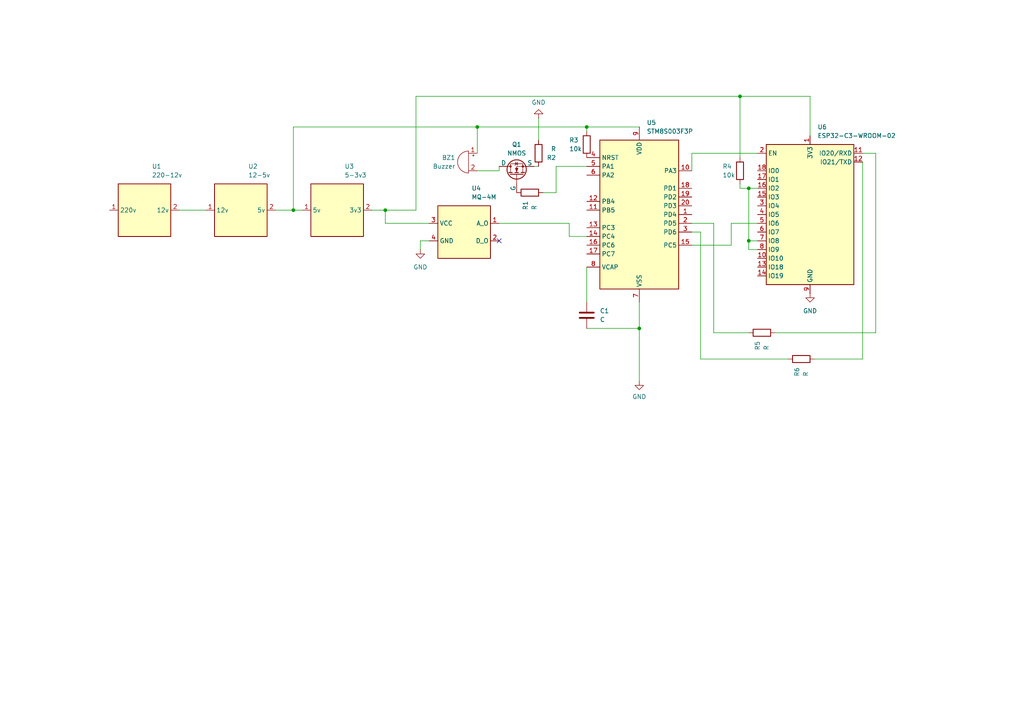
<source format=kicad_sch>
(kicad_sch (version 20250114) (generator "eeschema") (generator_version "9.0")
  (paper "A4")
  (lib_symbols
    (symbol "Device:Buzzer" (pin_names (offset 0.0254) (hide yes))
      (property "Reference" "BZ" (at 3.81 1.27 0))
      (property "Value" "Buzzer" (at 3.81 -1.27 0))
      (symbol "Buzzer_0_1"
        (polyline (pts (xy -1.651 1.905) (xy -1.143 1.905)))
        (polyline (pts (xy -1.397 2.159) (xy -1.397 1.651)))
        (arc (start 0 3.175) (mid 3.1612 0) (end 0 -3.175))
        (polyline (pts (xy 0 3.175) (xy 0 -3.175)))
      )
      (symbol "Buzzer_1_1"
        (pin passive line (at -2.54 2.54 0) (length 2.54) (name "+") (number "1"))
        (pin passive line (at -2.54 -2.54 0) (length 2.54) (name "-") (number "2"))
      )
    )
    (symbol "Device:C" (pin_numbers (hide yes)) (pin_names (offset 0.254))
      (property "Reference" "C" (at 0.635 2.54 0))
      (property "Value" "C" (at 0.635 -2.54 0))
      (symbol "C_0_1"
        (polyline (pts (xy -2.032 0.762) (xy 2.032 0.762)) (stroke (width 0.508)))
        (polyline (pts (xy -2.032 -0.762) (xy 2.032 -0.762)) (stroke (width 0.508)))
      )
      (symbol "C_1_1"
        (pin passive line (at 0 3.81 270) (length 2.794) (name "~") (number "1"))
        (pin passive line (at 0 -3.81 90) (length 2.794) (name "~") (number "2"))
      )
    )
    (symbol "Device:R" (pin_numbers (hide yes)) (pin_names (offset 0))
      (property "Reference" "R" (at 2.032 0 90))
      (property "Value" "R" (at 0 0 90))
      (symbol "R_0_1"
        (rectangle (start -1.016 -2.54) (end 1.016 2.54) (stroke (width 0.254)))
      )
      (symbol "R_1_1"
        (pin passive line (at 0 3.81 270) (length 1.27) (name "~") (number "1"))
        (pin passive line (at 0 -3.81 90) (length 1.27) (name "~") (number "2"))
      )
    )
    (symbol "MCU_ST_STM8:STM8S003F3P"
      (property "Reference" "U2" (at 2.1433 26.67 0))
      (property "Value" "STM8S003F3P" (at 2.1433 24.13 0))
      (symbol "STM8S003F3P_0_1"
        (rectangle (start -11.43 21.59) (end 11.43 -21.59) (stroke (width 0.254)) (fill (type background)))
      )
      (symbol "STM8S003F3P_1_1"
        (pin input line (at -15.24 16.51 0) (length 3.81) (name "NRST") (number "4"))
        (pin bidirectional line (at -15.24 13.97 0) (length 3.81) (name "PA1") (number "5"))
        (pin bidirectional line (at -15.24 11.43 0) (length 3.81) (name "PA2") (number "6"))
        (pin bidirectional line (at -15.24 3.81 0) (length 3.81) (name "PB4") (number "12"))
        (pin bidirectional line (at -15.24 1.27 0) (length 3.81) (name "PB5") (number "11"))
        (pin bidirectional line (at -15.24 -3.81 0) (length 3.81) (name "PC3") (number "13"))
        (pin bidirectional line (at -15.24 -6.35 0) (length 3.81) (name "PC4") (number "14"))
        (pin bidirectional line (at -15.24 -8.89 0) (length 3.81) (name "PC6") (number "16"))
        (pin bidirectional line (at -15.24 -11.43 0) (length 3.81) (name "PC7") (number "17"))
        (pin passive line (at -15.24 -15.24 0) (length 3.81) (name "VCAP") (number "8"))
        (pin power_in line (at 0 25.4 270) (length 3.81) (name "VDD") (number "9"))
        (pin power_in line (at 0 -25.4 90) (length 3.81) (name "VSS") (number "7"))
        (pin bidirectional line (at 15.24 12.7 180) (length 3.81) (name "PA3") (number "10"))
        (pin bidirectional line (at 15.24 7.62 180) (length 3.81) (name "PD1") (number "18"))
        (pin bidirectional line (at 15.24 5.08 180) (length 3.81) (name "PD2") (number "19"))
        (pin bidirectional line (at 15.24 2.54 180) (length 3.81) (name "PD3") (number "20"))
        (pin bidirectional line (at 15.24 0 180) (length 3.81) (name "PD4") (number "1"))
        (pin bidirectional line (at 15.24 -2.54 180) (length 3.81) (name "PD5") (number "2"))
        (pin bidirectional line (at 15.24 -5.08 180) (length 3.81) (name "PD6") (number "3"))
        (pin bidirectional line (at 15.24 -8.89 180) (length 3.81) (name "PC5") (number "15"))
      )
    )
    (symbol "MQ-6_1"
      (property "Reference" "U4" (at 2.1433 12.7 0))
      (property "Value" "5-3v3" (at 2.1433 10.16 0))
      (symbol "MQ-6_1_0_1"
        (rectangle (start -7.62 7.62) (end 7.62 -7.62) (stroke (width 0.254)) (fill (type background)))
      )
      (symbol "MQ-6_1_1_1"
        (pin passive line (at -10.16 0 0) (length 2.54) (name "5v") (number "1"))
        (pin passive line (at 10.16 0 180) (length 2.54) (name "3v3") (number "2"))
      )
    )
    (symbol "MQ-6_2"
      (property "Reference" "U5" (at 2.1433 12.7 0))
      (property "Value" "12-5v" (at 2.1433 10.16 0))
      (symbol "MQ-6_2_0_1"
        (rectangle (start -7.62 7.62) (end 7.62 -7.62) (stroke (width 0.254)) (fill (type background)))
      )
      (symbol "MQ-6_2_1_1"
        (pin passive line (at -10.16 0 0) (length 2.54) (name "12v") (number "1"))
        (pin passive line (at 10.16 0 180) (length 2.54) (name "5v") (number "2"))
      )
    )
    (symbol "MQ-6_3"
      (property "Reference" "U6" (at 2.1433 12.7 0))
      (property "Value" "220-12v" (at 2.1433 10.16 0))
      (symbol "MQ-6_3_0_1"
        (rectangle (start -7.62 7.62) (end 7.62 -7.62) (stroke (width 0.254)) (fill (type background)))
      )
      (symbol "MQ-6_3_1_1"
        (pin passive line (at -10.16 0 0) (length 2.54) (name "220v") (number "1"))
        (pin passive line (at 10.16 0 180) (length 2.54) (name "12v") (number "2"))
      )
    )
    (symbol "RF_Module:ESP32-C3-WROOM-02"
      (property "Reference" "U" (at -12.192 21.336 0))
      (property "Value" "ESP32-C3-WROOM-02" (at 12.192 21.336 0))
      (symbol "ESP32-C3-WROOM-02_1_1"
        (rectangle (start -12.7 20.32) (end 12.7 -20.32) (stroke (width 0.254)) (fill (type background)))
        (pin input line (at -15.24 17.78 0) (length 2.54) (name "EN") (number "2"))
        (pin bidirectional line (at -15.24 12.7 0) (length 2.54) (name "IO0") (number "18"))
        (pin bidirectional line (at -15.24 10.16 0) (length 2.54) (name "IO1") (number "17"))
        (pin bidirectional line (at -15.24 7.62 0) (length 2.54) (name "IO2") (number "16"))
        (pin bidirectional line (at -15.24 5.08 0) (length 2.54) (name "IO3") (number "15"))
        (pin bidirectional line (at -15.24 2.54 0) (length 2.54) (name "IO4") (number "3"))
        (pin bidirectional line (at -15.24 0 0) (length 2.54) (name "IO5") (number "4"))
        (pin bidirectional line (at -15.24 -2.54 0) (length 2.54) (name "IO6") (number "5"))
        (pin bidirectional line (at -15.24 -5.08 0) (length 2.54) (name "IO7") (number "6"))
        (pin bidirectional line (at -15.24 -7.62 0) (length 2.54) (name "IO8") (number "7"))
        (pin bidirectional line (at -15.24 -10.16 0) (length 2.54) (name "IO9") (number "8"))
        (pin bidirectional line (at -15.24 -12.7 0) (length 2.54) (name "IO10") (number "10"))
        (pin bidirectional line (at -15.24 -15.24 0) (length 2.54) (name "IO18") (number "13"))
        (pin bidirectional line (at -15.24 -17.78 0) (length 2.54) (name "IO19") (number "14"))
        (pin power_in line (at 0 22.86 270) (length 2.54) (name "3V3") (number "1"))
        (pin passive line (at 0 -22.86 90) (length 2.54) (hide yes) (name "GND") (number "19"))
        (pin power_in line (at 0 -22.86 90) (length 2.54) (name "GND") (number "9"))
        (pin bidirectional line (at 15.24 17.78 180) (length 2.54) (name "IO20/RXD") (number "11"))
        (pin bidirectional line (at 15.24 15.24 180) (length 2.54) (name "IO21/TXD") (number "12"))
      )
    )
    (symbol "Sensor_Gas:MQ-6"
      (property "Reference" "U3" (at 2.1433 12.7 0))
      (property "Value" "MQ-4M" (at 2.1433 10.16 0))
      (symbol "MQ-6_0_1"
        (rectangle (start -7.62 7.62) (end 7.62 -7.62) (stroke (width 0.254)) (fill (type background)))
      )
      (symbol "MQ-6_1_1"
        (pin passive line (at -10.16 2.54 0) (length 2.54) (name "VCC") (number "3"))
        (pin passive line (at -10.16 -2.54 0) (length 2.54) (name "GND") (number "4"))
        (pin passive line (at 10.16 2.54 180) (length 2.54) (name "A_O") (number "1"))
        (pin passive line (at 10.16 -2.54 180) (length 2.54) (name "D_O") (number "2"))
      )
    )
    (symbol "Simulation_SPICE:NMOS" (pin_numbers (hide yes)) (pin_names (offset 0))
      (property "Reference" "Q" (at 5.08 1.27 0))
      (property "Value" "NMOS" (at 5.08 -1.27 0))
      (symbol "NMOS_0_1"
        (polyline (pts (xy 0.254 1.905) (xy 0.254 -1.905)) (stroke (width 0.254)))
        (polyline (pts (xy 0.254 0) (xy -2.54 0)))
        (polyline (pts (xy 0.762 2.286) (xy 0.762 1.27)) (stroke (width 0.254)))
        (polyline (pts (xy 0.762 0.508) (xy 0.762 -0.508)) (stroke (width 0.254)))
        (polyline (pts (xy 0.762 -1.27) (xy 0.762 -2.286)) (stroke (width 0.254)))
        (polyline (pts (xy 0.762 -1.778) (xy 3.302 -1.778) (xy 3.302 1.778) (xy 0.762 1.778)))
        (polyline (pts (xy 1.016 0) (xy 2.032 0.381) (xy 2.032 -0.381) (xy 1.016 0)) (fill (type outline)))
        (circle (center 1.651 0) (radius 2.794) (stroke (width 0.254)))
        (polyline (pts (xy 2.54 2.54) (xy 2.54 1.778)))
        (circle (center 2.54 1.778) (radius 0.254) (fill (type outline)))
        (circle (center 2.54 -1.778) (radius 0.254) (fill (type outline)))
        (polyline (pts (xy 2.54 -2.54) (xy 2.54 0) (xy 0.762 0)))
        (polyline (pts (xy 2.794 0.508) (xy 2.921 0.381) (xy 3.683 0.381) (xy 3.81 0.254)))
        (polyline (pts (xy 3.302 0.381) (xy 2.921 -0.254) (xy 3.683 -0.254) (xy 3.302 0.381)))
      )
      (symbol "NMOS_1_1"
        (pin input line (at -5.08 0 0) (length 2.54) (name "G") (number "2"))
        (pin passive line (at 2.54 5.08 270) (length 2.54) (name "D") (number "1"))
        (pin passive line (at 2.54 -5.08 90) (length 2.54) (name "S") (number "3"))
      )
    )
    (symbol "power:GND" (power) (pin_numbers (hide yes)) (pin_names (offset 0) (hide yes))
      (property "Value" "GND" (at 0 -3.81 0))
      (symbol "GND_0_1"
        (polyline (pts (xy 0 0) (xy 0 -1.27) (xy 1.27 -1.27) (xy 0 -2.54) (xy -1.27 -1.27) (xy 0 -1.27)))
      )
      (symbol "GND_1_1"
        (pin power_in line (at 0 0 270) (length 0) (name "~") (number "1"))
      )
    )
  )
  (junction (at 217.17 54.61))
  (junction (at 185.42 95.25))
  (junction (at 85.09 60.96))
  (junction (at 214.63 27.94))
  (junction (at 111.76 60.96))
  (junction (at 217.17 69.85))
  (junction (at 170.18 36.83))
  (junction (at 138.43 36.83))
  (no_connect (at 144.78 69.85))
  (wire (pts (xy 217.17 72.39) (xy 217.17 69.85)))
  (wire (pts (xy 156.21 48.26) (xy 154.94 48.26)))
  (wire (pts (xy 85.09 36.83) (xy 85.09 60.96)))
  (wire (pts (xy 217.17 54.61) (xy 219.71 54.61)))
  (wire (pts (xy 200.66 64.77) (xy 207.01 64.77)))
  (wire (pts (xy 214.63 54.61) (xy 217.17 54.61)))
  (wire (pts (xy 120.65 60.96) (xy 111.76 60.96)))
  (wire (pts (xy 165.1 68.58) (xy 165.1 64.77)))
  (wire (pts (xy 185.42 110.49) (xy 185.42 95.25)))
  (wire (pts (xy 224.79 96.52) (xy 254 96.52)))
  (wire (pts (xy 214.63 27.94) (xy 214.63 45.72)))
  (wire (pts (xy 200.66 49.53) (xy 200.66 44.45)))
  (wire (pts (xy 161.29 55.88) (xy 161.29 48.26)))
  (wire (pts (xy 254 44.45) (xy 250.19 44.45)))
  (wire (pts (xy 124.46 69.85) (xy 121.92 69.85)))
  (wire (pts (xy 214.63 27.94) (xy 234.95 27.94)))
  (wire (pts (xy 156.21 34.29) (xy 156.21 40.64)))
  (wire (pts (xy 250.19 104.14) (xy 250.19 46.99)))
  (wire (pts (xy 120.65 27.94) (xy 120.65 60.96)))
  (wire (pts (xy 80.01 60.96) (xy 85.09 60.96)))
  (wire (pts (xy 212.09 71.12) (xy 212.09 64.77)))
  (wire (pts (xy 144.78 64.77) (xy 165.1 64.77)))
  (wire (pts (xy 111.76 64.77) (xy 111.76 60.96)))
  (wire (pts (xy 200.66 71.12) (xy 212.09 71.12)))
  (wire (pts (xy 161.29 48.26) (xy 170.18 48.26)))
  (wire (pts (xy 214.63 54.61) (xy 214.63 53.34)))
  (wire (pts (xy 85.09 60.96) (xy 87.63 60.96)))
  (wire (pts (xy 107.95 60.96) (xy 111.76 60.96)))
  (wire (pts (xy 219.71 69.85) (xy 217.17 69.85)))
  (wire (pts (xy 170.18 95.25) (xy 185.42 95.25)))
  (wire (pts (xy 138.43 36.83) (xy 170.18 36.83)))
  (wire (pts (xy 217.17 69.85) (xy 217.17 54.61)))
  (wire (pts (xy 85.09 36.83) (xy 138.43 36.83)))
  (wire (pts (xy 207.01 96.52) (xy 217.17 96.52)))
  (wire (pts (xy 144.78 49.53) (xy 144.78 48.26)))
  (wire (pts (xy 138.43 36.83) (xy 138.43 44.45)))
  (wire (pts (xy 203.2 67.31) (xy 203.2 104.14)))
  (wire (pts (xy 138.43 49.53) (xy 144.78 49.53)))
  (wire (pts (xy 185.42 87.63) (xy 185.42 95.25)))
  (wire (pts (xy 170.18 68.58) (xy 165.1 68.58)))
  (wire (pts (xy 234.95 39.37) (xy 234.95 27.94)))
  (wire (pts (xy 236.22 104.14) (xy 250.19 104.14)))
  (wire (pts (xy 203.2 104.14) (xy 228.6 104.14)))
  (wire (pts (xy 200.66 67.31) (xy 203.2 67.31)))
  (wire (pts (xy 212.09 64.77) (xy 219.71 64.77)))
  (wire (pts (xy 254 44.45) (xy 254 96.52)))
  (wire (pts (xy 200.66 44.45) (xy 219.71 44.45)))
  (wire (pts (xy 170.18 36.83) (xy 185.42 36.83)))
  (wire (pts (xy 207.01 64.77) (xy 207.01 96.52)))
  (wire (pts (xy 157.48 55.88) (xy 161.29 55.88)))
  (wire (pts (xy 219.71 72.39) (xy 217.17 72.39)))
  (wire (pts (xy 170.18 36.83) (xy 170.18 38.1)))
  (wire (pts (xy 52.07 60.96) (xy 59.69 60.96)))
  (wire (pts (xy 120.65 27.94) (xy 214.63 27.94)))
  (wire (pts (xy 121.92 69.85) (xy 121.92 72.39)))
  (wire (pts (xy 111.76 64.77) (xy 124.46 64.77)))
  (wire (pts (xy 170.18 77.47) (xy 170.18 87.63)))
  (symbol (lib_name "MQ-6_3") (lib_id "Sensor_Gas:MQ-6") (at 41.91 60.96 0) (unit 1)
    (property "Reference" "U1" (at 44.0533 48.26 0) (effects (justify left)))
    (property "Value" "220-12v" (at 44.0533 50.8 0) (effects (justify left)))
    (property "Footprint" "Sensor:MQ-6" (effects (hide yes)))
    (property "Datasheet" "https://www.winsen-sensor.com/d/files/semiconductor/mq-6.pdf" (effects (hide yes)))
    (property "Description" "Semiconductor Sensor for Flammable Gas" (effects (hide yes)))
  )
  (symbol (lib_name "MQ-6_2") (lib_id "Sensor_Gas:MQ-6") (at 69.85 60.96 0) (unit 1)
    (property "Reference" "U2" (at 71.9933 48.26 0) (effects (justify left)))
    (property "Value" "12-5v" (at 71.9933 50.8 0) (effects (justify left)))
    (property "Footprint" "Sensor:MQ-6" (effects (hide yes)))
    (property "Datasheet" "https://www.winsen-sensor.com/d/files/semiconductor/mq-6.pdf" (effects (hide yes)))
    (property "Description" "Semiconductor Sensor for Flammable Gas" (effects (hide yes)))
  )
  (symbol (lib_id "Sensor_Gas:MQ-6") (at 134.62 67.31 0) (unit 1)
    (property "Reference" "U4" (at 136.7633 54.61 0) (effects (justify left)))
    (property "Value" "MQ-4M" (at 136.7633 57.15 0) (effects (justify left)))
    (property "Footprint" "Sensor:MQ-6" (effects (hide yes)))
    (property "Datasheet" "https://www.winsen-sensor.com/d/files/semiconductor/mq-6.pdf" (effects (hide yes)))
    (property "Description" "Semiconductor Sensor for Flammable Gas" (effects (hide yes)))
  )
  (symbol (lib_id "Device:C") (at 170.18 91.44 0) (unit 1)
    (property "Reference" "C1" (at 173.99 90.1699 0) (effects (justify left)))
    (property "Value" "C" (at 173.99 92.7099 0) (effects (justify left)))
    (property "Description" "Unpolarized capacitor" (effects (hide yes)))
  )
  (symbol (lib_id "Simulation_SPICE:NMOS") (at 149.86 50.8 90) (unit 1)
    (property "Reference" "Q1" (at 149.86 41.91 90))
    (property "Value" "NMOS" (at 149.86 44.45 90))
    (property "Datasheet" "https://ngspice.sourceforge.io/docs/ngspice-html-manual/manual.xhtml#cha_MOSFETs" (effects (hide yes)))
    (property "Description" "N-MOSFET transistor, drain/source/gate" (effects (hide yes)))
    (property "Sim.Device" "NMOS" (effects (hide yes)))
    (property "Sim.Type" "VDMOS" (effects (hide yes)))
    (property "Sim.Pins" "1=D 2=G 3=S" (effects (hide yes)))
  )
  (symbol (lib_id "Device:R") (at 214.63 49.53 0) (unit 1)
    (property "Reference" "R4" (at 209.55 48.26 0) (effects (justify left)))
    (property "Value" "10k" (at 209.55 50.8 0) (effects (justify left)))
    (property "Description" "Resistor" (effects (hide yes)))
  )
  (symbol (lib_id "Device:R") (at 170.18 41.91 0) (unit 1)
    (property "Reference" "R3" (at 165.1 40.64 0) (effects (justify left)))
    (property "Value" "10k" (at 165.1 43.18 0) (effects (justify left)))
    (property "Description" "Resistor" (effects (hide yes)))
  )
  (symbol (lib_id "MCU_ST_STM8:STM8S003F3P") (at 185.42 62.23 0) (unit 1)
    (property "Reference" "U5" (at 187.5633 35.56 0) (effects (justify left)))
    (property "Value" "STM8S003F3P" (at 187.5633 38.1 0) (effects (justify left)))
    (property "Footprint" "Package_SO:TSSOP-20_4.4x6.5mm_P0.65mm" (effects (hide yes)))
    (property "Datasheet" "http://www.st.com/st-web-ui/static/active/en/resource/technical/document/datasheet/DM00024550.pdf" (effects (hide yes)))
    (property "Description" "16MHz, 8K Flash, 1K RAM, 128 EEPROM, USART, I²C, SPI, TSSOP-20" (effects (hide yes)))
  )
  (symbol (lib_id "Device:R") (at 232.41 104.14 90) (unit 1)
    (property "Reference" "R6" (at 231.14 109.22 0) (effects (justify left)))
    (property "Value" "R" (at 233.68 109.22 0) (effects (justify left)))
    (property "Description" "Resistor" (effects (hide yes)))
  )
  (symbol (lib_id "power:GND") (at 121.92 72.39 0) (unit 1)
    (property "Reference" "#PWR01" (effects (hide yes)))
    (property "Value" "GND" (at 121.92 77.47 0))
    (property "Description" "Power symbol creates a global label with name \"GND\" , ground" (effects (hide yes)))
  )
  (symbol (lib_id "RF_Module:ESP32-C3-WROOM-02") (at 234.95 62.23 0) (unit 1)
    (property "Reference" "U6" (at 237.0933 36.83 0) (effects (justify left)))
    (property "Value" "ESP32-C3-WROOM-02" (at 237.0933 39.37 0) (effects (justify left)))
    (property "Footprint" "RF_Module:ESP32-C3-WROOM-02" (effects (hide yes)))
    (property "Datasheet" "https://www.espressif.com/sites/default/files/documentation/esp32-c3-wroom-02_datasheet_en.pdf" (effects (hide yes)))
    (property "Description" "802.11 b/g/n Wi­Fi and Bluetooth 5 module, ESP32­C3 SoC, RISC­V microprocessor, On-board antenna" (effects (hide yes)))
  )
  (symbol (lib_id "Device:R") (at 156.21 44.45 180) (unit 1)
    (property "Reference" "R2" (at 161.29 45.72 0) (effects (justify left)))
    (property "Value" "R" (at 161.29 43.18 0) (effects (justify left)))
    (property "Description" "Resistor" (effects (hide yes)))
  )
  (symbol (lib_id "Device:R") (at 220.98 96.52 90) (unit 1)
    (property "Reference" "R5" (at 219.71 101.6 0) (effects (justify left)))
    (property "Value" "R" (at 222.25 101.6 0) (effects (justify left)))
    (property "Description" "Resistor" (effects (hide yes)))
  )
  (symbol (lib_id "power:GND") (at 156.21 34.29 180) (unit 1)
    (property "Reference" "#PWR02" (effects (hide yes)))
    (property "Value" "GND" (at 156.21 29.718 0))
    (property "Description" "Power symbol creates a global label with name \"GND\" , ground" (effects (hide yes)))
  )
  (symbol (lib_id "power:GND") (at 185.42 110.49 0) (unit 1)
    (property "Reference" "#PWR03" (effects (hide yes)))
    (property "Value" "GND" (at 185.42 115.062 0))
    (property "Description" "Power symbol creates a global label with name \"GND\" , ground" (effects (hide yes)))
  )
  (symbol (lib_id "Device:R") (at 153.67 55.88 90) (unit 1)
    (property "Reference" "R1" (at 152.4 60.96 0) (effects (justify left)))
    (property "Value" "R" (at 154.94 60.96 0) (effects (justify left)))
    (property "Description" "Resistor" (effects (hide yes)))
  )
  (symbol (lib_id "Device:Buzzer") (at 135.89 46.99 0) (mirror y) (unit 1)
    (property "Reference" "BZ1" (at 132.08 45.7199 0) (effects (justify left)))
    (property "Value" "Buzzer" (at 132.08 48.2599 0) (effects (justify left)))
    (property "Description" "Buzzer, polarized" (effects (hide yes)))
  )
  (symbol (lib_name "MQ-6_1") (lib_id "Sensor_Gas:MQ-6") (at 97.79 60.96 0) (unit 1)
    (property "Reference" "U3" (at 99.9333 48.26 0) (effects (justify left)))
    (property "Value" "5-3v3" (at 99.9333 50.8 0) (effects (justify left)))
    (property "Footprint" "Sensor:MQ-6" (effects (hide yes)))
    (property "Datasheet" "https://www.winsen-sensor.com/d/files/semiconductor/mq-6.pdf" (effects (hide yes)))
    (property "Description" "Semiconductor Sensor for Flammable Gas" (effects (hide yes)))
  )
  (symbol (lib_id "power:GND") (at 234.95 85.09 0) (unit 1)
    (property "Reference" "#PWR04" (effects (hide yes)))
    (property "Value" "GND" (at 234.95 90.17 0))
    (property "Description" "Power symbol creates a global label with name \"GND\" , ground" (effects (hide yes)))
  )
)
</source>
